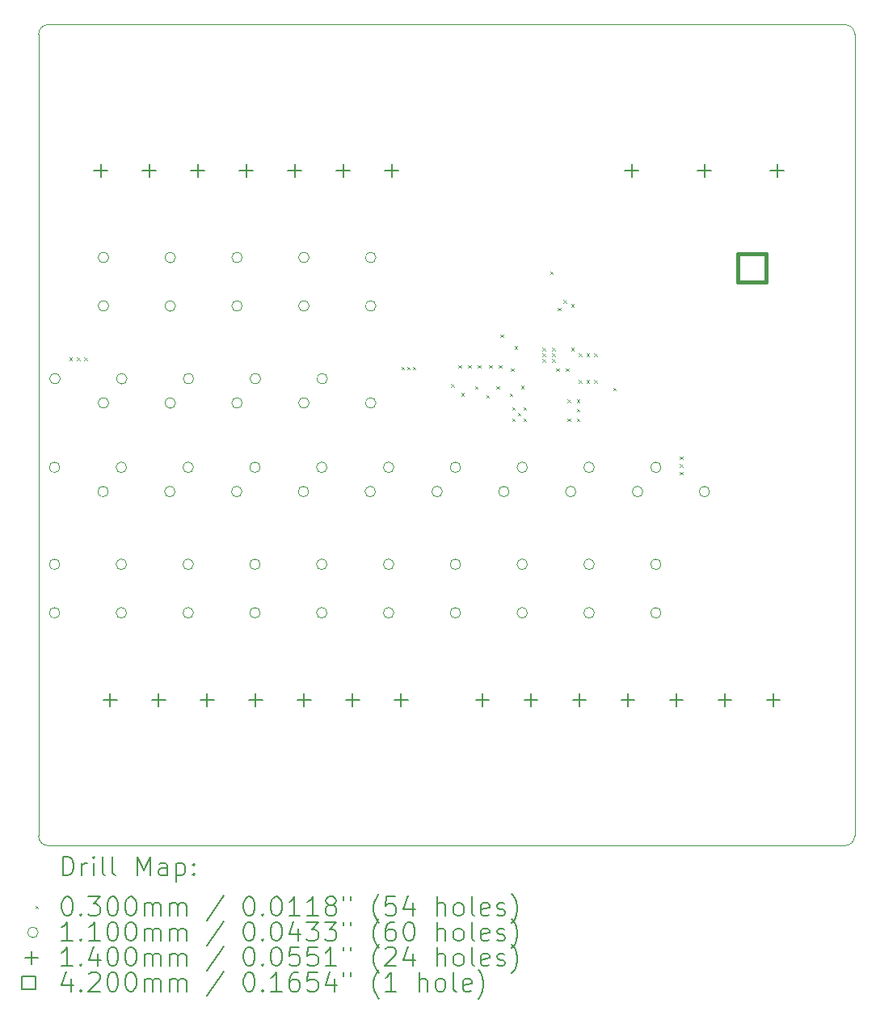
<source format=gbr>
%TF.GenerationSoftware,KiCad,Pcbnew,6.0.10+dfsg-1~bpo11+1*%
%TF.ProjectId,project,70726f6a-6563-4742-9e6b-696361645f70,rev?*%
%TF.SameCoordinates,Original*%
%TF.FileFunction,Drillmap*%
%TF.FilePolarity,Positive*%
%FSLAX45Y45*%
G04 Gerber Fmt 4.5, Leading zero omitted, Abs format (unit mm)*
%MOMM*%
%LPD*%
G01*
G04 APERTURE LIST*
%ADD10C,0.100000*%
%ADD11C,0.200000*%
%ADD12C,0.030000*%
%ADD13C,0.110000*%
%ADD14C,0.140000*%
%ADD15C,0.420000*%
G04 APERTURE END LIST*
D10*
X12551250Y-13303750D02*
G75*
G03*
X12651250Y-13403750I100000J0D01*
G01*
X21101250Y-4903750D02*
X21101250Y-13303750D01*
X21001250Y-13403750D02*
X12651250Y-13403750D01*
X12651250Y-4803750D02*
X21001250Y-4803750D01*
X21001250Y-13403750D02*
G75*
G03*
X21101250Y-13303750I0J100000D01*
G01*
X21101250Y-4903750D02*
G75*
G03*
X21001250Y-4803750I-100000J0D01*
G01*
X12651250Y-4803750D02*
G75*
G03*
X12551250Y-4903750I0J-100000D01*
G01*
X12551250Y-13303750D02*
X12551250Y-4903750D01*
D11*
D12*
X12871250Y-8288750D02*
X12901250Y-8318750D01*
X12901250Y-8288750D02*
X12871250Y-8318750D01*
X12951250Y-8288750D02*
X12981250Y-8318750D01*
X12981250Y-8288750D02*
X12951250Y-8318750D01*
X13031250Y-8288750D02*
X13061250Y-8318750D01*
X13061250Y-8288750D02*
X13031250Y-8318750D01*
X16351250Y-8388750D02*
X16381250Y-8418750D01*
X16381250Y-8388750D02*
X16351250Y-8418750D01*
X16411250Y-8388750D02*
X16441250Y-8418750D01*
X16441250Y-8388750D02*
X16411250Y-8418750D01*
X16471250Y-8388750D02*
X16501250Y-8418750D01*
X16501250Y-8388750D02*
X16471250Y-8418750D01*
X16871250Y-8568750D02*
X16901250Y-8598750D01*
X16901250Y-8568750D02*
X16871250Y-8598750D01*
X16951250Y-8368750D02*
X16981250Y-8398750D01*
X16981250Y-8368750D02*
X16951250Y-8398750D01*
X16978716Y-8660209D02*
X17008716Y-8690209D01*
X17008716Y-8660209D02*
X16978716Y-8690209D01*
X17053269Y-8369851D02*
X17083269Y-8399852D01*
X17083269Y-8369851D02*
X17053269Y-8399852D01*
X17121200Y-8588750D02*
X17151200Y-8618750D01*
X17151200Y-8588750D02*
X17121200Y-8618750D01*
X17153269Y-8369851D02*
X17183269Y-8399852D01*
X17183269Y-8369851D02*
X17153269Y-8399852D01*
X17241200Y-8681703D02*
X17271200Y-8711703D01*
X17271200Y-8681703D02*
X17241200Y-8711703D01*
X17271250Y-8368750D02*
X17301250Y-8398750D01*
X17301250Y-8368750D02*
X17271250Y-8398750D01*
X17348197Y-8588750D02*
X17378197Y-8618750D01*
X17378197Y-8588750D02*
X17348197Y-8618750D01*
X17371250Y-8368750D02*
X17401250Y-8398750D01*
X17401250Y-8368750D02*
X17371250Y-8398750D01*
X17391250Y-8048800D02*
X17421250Y-8078800D01*
X17421250Y-8048800D02*
X17391250Y-8078800D01*
X17488147Y-8665647D02*
X17518147Y-8695647D01*
X17518147Y-8665647D02*
X17488147Y-8695647D01*
X17500827Y-8403539D02*
X17530827Y-8433539D01*
X17530827Y-8403539D02*
X17500827Y-8433539D01*
X17511250Y-8808750D02*
X17541250Y-8838750D01*
X17541250Y-8808750D02*
X17511250Y-8838750D01*
X17511250Y-8928750D02*
X17541250Y-8958750D01*
X17541250Y-8928750D02*
X17511250Y-8958750D01*
X17536701Y-8172934D02*
X17566701Y-8202934D01*
X17566701Y-8172934D02*
X17536701Y-8202934D01*
X17571250Y-8868750D02*
X17601250Y-8898750D01*
X17601250Y-8868750D02*
X17571250Y-8898750D01*
X17606284Y-8584860D02*
X17636284Y-8614860D01*
X17636284Y-8584860D02*
X17606284Y-8614860D01*
X17631250Y-8808750D02*
X17661250Y-8838750D01*
X17661250Y-8808750D02*
X17631250Y-8838750D01*
X17631250Y-8928750D02*
X17661250Y-8958750D01*
X17661250Y-8928750D02*
X17631250Y-8958750D01*
X17831250Y-8188750D02*
X17861250Y-8218750D01*
X17861250Y-8188750D02*
X17831250Y-8218750D01*
X17831250Y-8248750D02*
X17861250Y-8278750D01*
X17861250Y-8248750D02*
X17831250Y-8278750D01*
X17831250Y-8308750D02*
X17861250Y-8338750D01*
X17861250Y-8308750D02*
X17831250Y-8338750D01*
X17911250Y-7388750D02*
X17941250Y-7418750D01*
X17941250Y-7388750D02*
X17911250Y-7418750D01*
X17931250Y-8188750D02*
X17961250Y-8218750D01*
X17961250Y-8188750D02*
X17931250Y-8218750D01*
X17931250Y-8248750D02*
X17961250Y-8278750D01*
X17961250Y-8248750D02*
X17931250Y-8278750D01*
X17931250Y-8308750D02*
X17961250Y-8338750D01*
X17961250Y-8308750D02*
X17931250Y-8338750D01*
X17971673Y-8403539D02*
X18001673Y-8433539D01*
X18001673Y-8403539D02*
X17971673Y-8433539D01*
X17991300Y-7769204D02*
X18021300Y-7799204D01*
X18021300Y-7769204D02*
X17991300Y-7799204D01*
X18051250Y-7688750D02*
X18081250Y-7718750D01*
X18081250Y-7688750D02*
X18051250Y-7718750D01*
X18076300Y-8403700D02*
X18106300Y-8433700D01*
X18106300Y-8403700D02*
X18076300Y-8433700D01*
X18091250Y-8728750D02*
X18121250Y-8758750D01*
X18121250Y-8728750D02*
X18091250Y-8758750D01*
X18091250Y-8928750D02*
X18121250Y-8958750D01*
X18121250Y-8928750D02*
X18091250Y-8958750D01*
X18131250Y-8188750D02*
X18161250Y-8218750D01*
X18161250Y-8188750D02*
X18131250Y-8218750D01*
X18131704Y-7728977D02*
X18161704Y-7758977D01*
X18161704Y-7728977D02*
X18131704Y-7758977D01*
X18191250Y-8728750D02*
X18221250Y-8758750D01*
X18221250Y-8728750D02*
X18191250Y-8758750D01*
X18191250Y-8828750D02*
X18221250Y-8858750D01*
X18221250Y-8828750D02*
X18191250Y-8858750D01*
X18191250Y-8928750D02*
X18221250Y-8958750D01*
X18221250Y-8928750D02*
X18191250Y-8958750D01*
X18211250Y-8248750D02*
X18241250Y-8278750D01*
X18241250Y-8248750D02*
X18211250Y-8278750D01*
X18211250Y-8528750D02*
X18241250Y-8558750D01*
X18241250Y-8528750D02*
X18211250Y-8558750D01*
X18291250Y-8248750D02*
X18321250Y-8278750D01*
X18321250Y-8248750D02*
X18291250Y-8278750D01*
X18291250Y-8528750D02*
X18321250Y-8558750D01*
X18321250Y-8528750D02*
X18291250Y-8558750D01*
X18371250Y-8248750D02*
X18401250Y-8278750D01*
X18401250Y-8248750D02*
X18371250Y-8278750D01*
X18371250Y-8528750D02*
X18401250Y-8558750D01*
X18401250Y-8528750D02*
X18371250Y-8558750D01*
X18571250Y-8608750D02*
X18601250Y-8638750D01*
X18601250Y-8608750D02*
X18571250Y-8638750D01*
X19271250Y-9328750D02*
X19301250Y-9358750D01*
X19301250Y-9328750D02*
X19271250Y-9358750D01*
X19271250Y-9408750D02*
X19301250Y-9438750D01*
X19301250Y-9408750D02*
X19271250Y-9438750D01*
X19271250Y-9488750D02*
X19301250Y-9518750D01*
X19301250Y-9488750D02*
X19271250Y-9518750D01*
D13*
X12773250Y-9441250D02*
G75*
G03*
X12773250Y-9441250I-55000J0D01*
G01*
X12773250Y-10457250D02*
G75*
G03*
X12773250Y-10457250I-55000J0D01*
G01*
X12773250Y-10965250D02*
G75*
G03*
X12773250Y-10965250I-55000J0D01*
G01*
X12777250Y-8512750D02*
G75*
G03*
X12777250Y-8512750I-55000J0D01*
G01*
X13281250Y-9695250D02*
G75*
G03*
X13281250Y-9695250I-55000J0D01*
G01*
X13285250Y-7242750D02*
G75*
G03*
X13285250Y-7242750I-55000J0D01*
G01*
X13285250Y-7750750D02*
G75*
G03*
X13285250Y-7750750I-55000J0D01*
G01*
X13285250Y-8766750D02*
G75*
G03*
X13285250Y-8766750I-55000J0D01*
G01*
X13473250Y-9441250D02*
G75*
G03*
X13473250Y-9441250I-55000J0D01*
G01*
X13473250Y-10457250D02*
G75*
G03*
X13473250Y-10457250I-55000J0D01*
G01*
X13473250Y-10965250D02*
G75*
G03*
X13473250Y-10965250I-55000J0D01*
G01*
X13477250Y-8512750D02*
G75*
G03*
X13477250Y-8512750I-55000J0D01*
G01*
X13981250Y-9695250D02*
G75*
G03*
X13981250Y-9695250I-55000J0D01*
G01*
X13985250Y-7242750D02*
G75*
G03*
X13985250Y-7242750I-55000J0D01*
G01*
X13985250Y-7750750D02*
G75*
G03*
X13985250Y-7750750I-55000J0D01*
G01*
X13985250Y-8766750D02*
G75*
G03*
X13985250Y-8766750I-55000J0D01*
G01*
X14173250Y-9441250D02*
G75*
G03*
X14173250Y-9441250I-55000J0D01*
G01*
X14173250Y-10457250D02*
G75*
G03*
X14173250Y-10457250I-55000J0D01*
G01*
X14173250Y-10965250D02*
G75*
G03*
X14173250Y-10965250I-55000J0D01*
G01*
X14177250Y-8512750D02*
G75*
G03*
X14177250Y-8512750I-55000J0D01*
G01*
X14681250Y-9695250D02*
G75*
G03*
X14681250Y-9695250I-55000J0D01*
G01*
X14685250Y-7242750D02*
G75*
G03*
X14685250Y-7242750I-55000J0D01*
G01*
X14685250Y-7750750D02*
G75*
G03*
X14685250Y-7750750I-55000J0D01*
G01*
X14685250Y-8766750D02*
G75*
G03*
X14685250Y-8766750I-55000J0D01*
G01*
X14873250Y-9441250D02*
G75*
G03*
X14873250Y-9441250I-55000J0D01*
G01*
X14873250Y-10457250D02*
G75*
G03*
X14873250Y-10457250I-55000J0D01*
G01*
X14873250Y-10965250D02*
G75*
G03*
X14873250Y-10965250I-55000J0D01*
G01*
X14877250Y-8512750D02*
G75*
G03*
X14877250Y-8512750I-55000J0D01*
G01*
X15381250Y-9695250D02*
G75*
G03*
X15381250Y-9695250I-55000J0D01*
G01*
X15385250Y-7242750D02*
G75*
G03*
X15385250Y-7242750I-55000J0D01*
G01*
X15385250Y-7750750D02*
G75*
G03*
X15385250Y-7750750I-55000J0D01*
G01*
X15385250Y-8766750D02*
G75*
G03*
X15385250Y-8766750I-55000J0D01*
G01*
X15573250Y-9441250D02*
G75*
G03*
X15573250Y-9441250I-55000J0D01*
G01*
X15573250Y-10457250D02*
G75*
G03*
X15573250Y-10457250I-55000J0D01*
G01*
X15573250Y-10965250D02*
G75*
G03*
X15573250Y-10965250I-55000J0D01*
G01*
X15577250Y-8512750D02*
G75*
G03*
X15577250Y-8512750I-55000J0D01*
G01*
X16081250Y-9695250D02*
G75*
G03*
X16081250Y-9695250I-55000J0D01*
G01*
X16085250Y-7242750D02*
G75*
G03*
X16085250Y-7242750I-55000J0D01*
G01*
X16085250Y-7750750D02*
G75*
G03*
X16085250Y-7750750I-55000J0D01*
G01*
X16085250Y-8766750D02*
G75*
G03*
X16085250Y-8766750I-55000J0D01*
G01*
X16273250Y-9441250D02*
G75*
G03*
X16273250Y-9441250I-55000J0D01*
G01*
X16273250Y-10457250D02*
G75*
G03*
X16273250Y-10457250I-55000J0D01*
G01*
X16273250Y-10965250D02*
G75*
G03*
X16273250Y-10965250I-55000J0D01*
G01*
X16781250Y-9695250D02*
G75*
G03*
X16781250Y-9695250I-55000J0D01*
G01*
X16973250Y-9441250D02*
G75*
G03*
X16973250Y-9441250I-55000J0D01*
G01*
X16973250Y-10457250D02*
G75*
G03*
X16973250Y-10457250I-55000J0D01*
G01*
X16973250Y-10965250D02*
G75*
G03*
X16973250Y-10965250I-55000J0D01*
G01*
X17481250Y-9695250D02*
G75*
G03*
X17481250Y-9695250I-55000J0D01*
G01*
X17673250Y-9441250D02*
G75*
G03*
X17673250Y-9441250I-55000J0D01*
G01*
X17673250Y-10457250D02*
G75*
G03*
X17673250Y-10457250I-55000J0D01*
G01*
X17673250Y-10965250D02*
G75*
G03*
X17673250Y-10965250I-55000J0D01*
G01*
X18181250Y-9695250D02*
G75*
G03*
X18181250Y-9695250I-55000J0D01*
G01*
X18373250Y-9441250D02*
G75*
G03*
X18373250Y-9441250I-55000J0D01*
G01*
X18373250Y-10457250D02*
G75*
G03*
X18373250Y-10457250I-55000J0D01*
G01*
X18373250Y-10965250D02*
G75*
G03*
X18373250Y-10965250I-55000J0D01*
G01*
X18881250Y-9695250D02*
G75*
G03*
X18881250Y-9695250I-55000J0D01*
G01*
X19073250Y-9441250D02*
G75*
G03*
X19073250Y-9441250I-55000J0D01*
G01*
X19073250Y-10457250D02*
G75*
G03*
X19073250Y-10457250I-55000J0D01*
G01*
X19073250Y-10965250D02*
G75*
G03*
X19073250Y-10965250I-55000J0D01*
G01*
X19581250Y-9695250D02*
G75*
G03*
X19581250Y-9695250I-55000J0D01*
G01*
D14*
X13202250Y-6261500D02*
X13202250Y-6401500D01*
X13132250Y-6331500D02*
X13272250Y-6331500D01*
X13302250Y-11806000D02*
X13302250Y-11946000D01*
X13232250Y-11876000D02*
X13372250Y-11876000D01*
X13710250Y-6261500D02*
X13710250Y-6401500D01*
X13640250Y-6331500D02*
X13780250Y-6331500D01*
X13810250Y-11806000D02*
X13810250Y-11946000D01*
X13740250Y-11876000D02*
X13880250Y-11876000D01*
X14218250Y-6261500D02*
X14218250Y-6401500D01*
X14148250Y-6331500D02*
X14288250Y-6331500D01*
X14318250Y-11806000D02*
X14318250Y-11946000D01*
X14248250Y-11876000D02*
X14388250Y-11876000D01*
X14726250Y-6261500D02*
X14726250Y-6401500D01*
X14656250Y-6331500D02*
X14796250Y-6331500D01*
X14826250Y-11806000D02*
X14826250Y-11946000D01*
X14756250Y-11876000D02*
X14896250Y-11876000D01*
X15234250Y-6261500D02*
X15234250Y-6401500D01*
X15164250Y-6331500D02*
X15304250Y-6331500D01*
X15334250Y-11806000D02*
X15334250Y-11946000D01*
X15264250Y-11876000D02*
X15404250Y-11876000D01*
X15742250Y-6261500D02*
X15742250Y-6401500D01*
X15672250Y-6331500D02*
X15812250Y-6331500D01*
X15842250Y-11806000D02*
X15842250Y-11946000D01*
X15772250Y-11876000D02*
X15912250Y-11876000D01*
X16250250Y-6261500D02*
X16250250Y-6401500D01*
X16180250Y-6331500D02*
X16320250Y-6331500D01*
X16350250Y-11806000D02*
X16350250Y-11946000D01*
X16280250Y-11876000D02*
X16420250Y-11876000D01*
X17202250Y-11806000D02*
X17202250Y-11946000D01*
X17132250Y-11876000D02*
X17272250Y-11876000D01*
X17710250Y-11806000D02*
X17710250Y-11946000D01*
X17640250Y-11876000D02*
X17780250Y-11876000D01*
X18218250Y-11806000D02*
X18218250Y-11946000D01*
X18148250Y-11876000D02*
X18288250Y-11876000D01*
X18726250Y-11806000D02*
X18726250Y-11946000D01*
X18656250Y-11876000D02*
X18796250Y-11876000D01*
X18764250Y-6261500D02*
X18764250Y-6401500D01*
X18694250Y-6331500D02*
X18834250Y-6331500D01*
X19234250Y-11806000D02*
X19234250Y-11946000D01*
X19164250Y-11876000D02*
X19304250Y-11876000D01*
X19526250Y-6261500D02*
X19526250Y-6401500D01*
X19456250Y-6331500D02*
X19596250Y-6331500D01*
X19742250Y-11806000D02*
X19742250Y-11946000D01*
X19672250Y-11876000D02*
X19812250Y-11876000D01*
X20250250Y-11806000D02*
X20250250Y-11946000D01*
X20180250Y-11876000D02*
X20320250Y-11876000D01*
X20288250Y-6261500D02*
X20288250Y-6401500D01*
X20218250Y-6331500D02*
X20358250Y-6331500D01*
D15*
X20174744Y-7502244D02*
X20174744Y-7205256D01*
X19877756Y-7205256D01*
X19877756Y-7502244D01*
X20174744Y-7502244D01*
D11*
X12803869Y-13719226D02*
X12803869Y-13519226D01*
X12851488Y-13519226D01*
X12880059Y-13528750D01*
X12899107Y-13547798D01*
X12908631Y-13566845D01*
X12918155Y-13604940D01*
X12918155Y-13633512D01*
X12908631Y-13671607D01*
X12899107Y-13690655D01*
X12880059Y-13709702D01*
X12851488Y-13719226D01*
X12803869Y-13719226D01*
X13003869Y-13719226D02*
X13003869Y-13585893D01*
X13003869Y-13623988D02*
X13013393Y-13604940D01*
X13022917Y-13595417D01*
X13041964Y-13585893D01*
X13061012Y-13585893D01*
X13127678Y-13719226D02*
X13127678Y-13585893D01*
X13127678Y-13519226D02*
X13118155Y-13528750D01*
X13127678Y-13538274D01*
X13137202Y-13528750D01*
X13127678Y-13519226D01*
X13127678Y-13538274D01*
X13251488Y-13719226D02*
X13232440Y-13709702D01*
X13222917Y-13690655D01*
X13222917Y-13519226D01*
X13356250Y-13719226D02*
X13337202Y-13709702D01*
X13327678Y-13690655D01*
X13327678Y-13519226D01*
X13584821Y-13719226D02*
X13584821Y-13519226D01*
X13651488Y-13662083D01*
X13718155Y-13519226D01*
X13718155Y-13719226D01*
X13899107Y-13719226D02*
X13899107Y-13614464D01*
X13889583Y-13595417D01*
X13870536Y-13585893D01*
X13832440Y-13585893D01*
X13813393Y-13595417D01*
X13899107Y-13709702D02*
X13880059Y-13719226D01*
X13832440Y-13719226D01*
X13813393Y-13709702D01*
X13803869Y-13690655D01*
X13803869Y-13671607D01*
X13813393Y-13652559D01*
X13832440Y-13643036D01*
X13880059Y-13643036D01*
X13899107Y-13633512D01*
X13994345Y-13585893D02*
X13994345Y-13785893D01*
X13994345Y-13595417D02*
X14013393Y-13585893D01*
X14051488Y-13585893D01*
X14070536Y-13595417D01*
X14080059Y-13604940D01*
X14089583Y-13623988D01*
X14089583Y-13681131D01*
X14080059Y-13700178D01*
X14070536Y-13709702D01*
X14051488Y-13719226D01*
X14013393Y-13719226D01*
X13994345Y-13709702D01*
X14175298Y-13700178D02*
X14184821Y-13709702D01*
X14175298Y-13719226D01*
X14165774Y-13709702D01*
X14175298Y-13700178D01*
X14175298Y-13719226D01*
X14175298Y-13595417D02*
X14184821Y-13604940D01*
X14175298Y-13614464D01*
X14165774Y-13604940D01*
X14175298Y-13595417D01*
X14175298Y-13614464D01*
D12*
X12516250Y-14033750D02*
X12546250Y-14063750D01*
X12546250Y-14033750D02*
X12516250Y-14063750D01*
D11*
X12841964Y-13939226D02*
X12861012Y-13939226D01*
X12880059Y-13948750D01*
X12889583Y-13958274D01*
X12899107Y-13977321D01*
X12908631Y-14015417D01*
X12908631Y-14063036D01*
X12899107Y-14101131D01*
X12889583Y-14120178D01*
X12880059Y-14129702D01*
X12861012Y-14139226D01*
X12841964Y-14139226D01*
X12822917Y-14129702D01*
X12813393Y-14120178D01*
X12803869Y-14101131D01*
X12794345Y-14063036D01*
X12794345Y-14015417D01*
X12803869Y-13977321D01*
X12813393Y-13958274D01*
X12822917Y-13948750D01*
X12841964Y-13939226D01*
X12994345Y-14120178D02*
X13003869Y-14129702D01*
X12994345Y-14139226D01*
X12984821Y-14129702D01*
X12994345Y-14120178D01*
X12994345Y-14139226D01*
X13070536Y-13939226D02*
X13194345Y-13939226D01*
X13127678Y-14015417D01*
X13156250Y-14015417D01*
X13175298Y-14024940D01*
X13184821Y-14034464D01*
X13194345Y-14053512D01*
X13194345Y-14101131D01*
X13184821Y-14120178D01*
X13175298Y-14129702D01*
X13156250Y-14139226D01*
X13099107Y-14139226D01*
X13080059Y-14129702D01*
X13070536Y-14120178D01*
X13318155Y-13939226D02*
X13337202Y-13939226D01*
X13356250Y-13948750D01*
X13365774Y-13958274D01*
X13375298Y-13977321D01*
X13384821Y-14015417D01*
X13384821Y-14063036D01*
X13375298Y-14101131D01*
X13365774Y-14120178D01*
X13356250Y-14129702D01*
X13337202Y-14139226D01*
X13318155Y-14139226D01*
X13299107Y-14129702D01*
X13289583Y-14120178D01*
X13280059Y-14101131D01*
X13270536Y-14063036D01*
X13270536Y-14015417D01*
X13280059Y-13977321D01*
X13289583Y-13958274D01*
X13299107Y-13948750D01*
X13318155Y-13939226D01*
X13508631Y-13939226D02*
X13527678Y-13939226D01*
X13546726Y-13948750D01*
X13556250Y-13958274D01*
X13565774Y-13977321D01*
X13575298Y-14015417D01*
X13575298Y-14063036D01*
X13565774Y-14101131D01*
X13556250Y-14120178D01*
X13546726Y-14129702D01*
X13527678Y-14139226D01*
X13508631Y-14139226D01*
X13489583Y-14129702D01*
X13480059Y-14120178D01*
X13470536Y-14101131D01*
X13461012Y-14063036D01*
X13461012Y-14015417D01*
X13470536Y-13977321D01*
X13480059Y-13958274D01*
X13489583Y-13948750D01*
X13508631Y-13939226D01*
X13661012Y-14139226D02*
X13661012Y-14005893D01*
X13661012Y-14024940D02*
X13670536Y-14015417D01*
X13689583Y-14005893D01*
X13718155Y-14005893D01*
X13737202Y-14015417D01*
X13746726Y-14034464D01*
X13746726Y-14139226D01*
X13746726Y-14034464D02*
X13756250Y-14015417D01*
X13775298Y-14005893D01*
X13803869Y-14005893D01*
X13822917Y-14015417D01*
X13832440Y-14034464D01*
X13832440Y-14139226D01*
X13927678Y-14139226D02*
X13927678Y-14005893D01*
X13927678Y-14024940D02*
X13937202Y-14015417D01*
X13956250Y-14005893D01*
X13984821Y-14005893D01*
X14003869Y-14015417D01*
X14013393Y-14034464D01*
X14013393Y-14139226D01*
X14013393Y-14034464D02*
X14022917Y-14015417D01*
X14041964Y-14005893D01*
X14070536Y-14005893D01*
X14089583Y-14015417D01*
X14099107Y-14034464D01*
X14099107Y-14139226D01*
X14489583Y-13929702D02*
X14318155Y-14186845D01*
X14746726Y-13939226D02*
X14765774Y-13939226D01*
X14784821Y-13948750D01*
X14794345Y-13958274D01*
X14803869Y-13977321D01*
X14813393Y-14015417D01*
X14813393Y-14063036D01*
X14803869Y-14101131D01*
X14794345Y-14120178D01*
X14784821Y-14129702D01*
X14765774Y-14139226D01*
X14746726Y-14139226D01*
X14727678Y-14129702D01*
X14718155Y-14120178D01*
X14708631Y-14101131D01*
X14699107Y-14063036D01*
X14699107Y-14015417D01*
X14708631Y-13977321D01*
X14718155Y-13958274D01*
X14727678Y-13948750D01*
X14746726Y-13939226D01*
X14899107Y-14120178D02*
X14908631Y-14129702D01*
X14899107Y-14139226D01*
X14889583Y-14129702D01*
X14899107Y-14120178D01*
X14899107Y-14139226D01*
X15032440Y-13939226D02*
X15051488Y-13939226D01*
X15070536Y-13948750D01*
X15080059Y-13958274D01*
X15089583Y-13977321D01*
X15099107Y-14015417D01*
X15099107Y-14063036D01*
X15089583Y-14101131D01*
X15080059Y-14120178D01*
X15070536Y-14129702D01*
X15051488Y-14139226D01*
X15032440Y-14139226D01*
X15013393Y-14129702D01*
X15003869Y-14120178D01*
X14994345Y-14101131D01*
X14984821Y-14063036D01*
X14984821Y-14015417D01*
X14994345Y-13977321D01*
X15003869Y-13958274D01*
X15013393Y-13948750D01*
X15032440Y-13939226D01*
X15289583Y-14139226D02*
X15175298Y-14139226D01*
X15232440Y-14139226D02*
X15232440Y-13939226D01*
X15213393Y-13967798D01*
X15194345Y-13986845D01*
X15175298Y-13996369D01*
X15480059Y-14139226D02*
X15365774Y-14139226D01*
X15422917Y-14139226D02*
X15422917Y-13939226D01*
X15403869Y-13967798D01*
X15384821Y-13986845D01*
X15365774Y-13996369D01*
X15594345Y-14024940D02*
X15575298Y-14015417D01*
X15565774Y-14005893D01*
X15556250Y-13986845D01*
X15556250Y-13977321D01*
X15565774Y-13958274D01*
X15575298Y-13948750D01*
X15594345Y-13939226D01*
X15632440Y-13939226D01*
X15651488Y-13948750D01*
X15661012Y-13958274D01*
X15670536Y-13977321D01*
X15670536Y-13986845D01*
X15661012Y-14005893D01*
X15651488Y-14015417D01*
X15632440Y-14024940D01*
X15594345Y-14024940D01*
X15575298Y-14034464D01*
X15565774Y-14043988D01*
X15556250Y-14063036D01*
X15556250Y-14101131D01*
X15565774Y-14120178D01*
X15575298Y-14129702D01*
X15594345Y-14139226D01*
X15632440Y-14139226D01*
X15651488Y-14129702D01*
X15661012Y-14120178D01*
X15670536Y-14101131D01*
X15670536Y-14063036D01*
X15661012Y-14043988D01*
X15651488Y-14034464D01*
X15632440Y-14024940D01*
X15746726Y-13939226D02*
X15746726Y-13977321D01*
X15822917Y-13939226D02*
X15822917Y-13977321D01*
X16118155Y-14215417D02*
X16108631Y-14205893D01*
X16089583Y-14177321D01*
X16080059Y-14158274D01*
X16070536Y-14129702D01*
X16061012Y-14082083D01*
X16061012Y-14043988D01*
X16070536Y-13996369D01*
X16080059Y-13967798D01*
X16089583Y-13948750D01*
X16108631Y-13920178D01*
X16118155Y-13910655D01*
X16289583Y-13939226D02*
X16194345Y-13939226D01*
X16184821Y-14034464D01*
X16194345Y-14024940D01*
X16213393Y-14015417D01*
X16261012Y-14015417D01*
X16280059Y-14024940D01*
X16289583Y-14034464D01*
X16299107Y-14053512D01*
X16299107Y-14101131D01*
X16289583Y-14120178D01*
X16280059Y-14129702D01*
X16261012Y-14139226D01*
X16213393Y-14139226D01*
X16194345Y-14129702D01*
X16184821Y-14120178D01*
X16470536Y-14005893D02*
X16470536Y-14139226D01*
X16422917Y-13929702D02*
X16375298Y-14072559D01*
X16499107Y-14072559D01*
X16727678Y-14139226D02*
X16727678Y-13939226D01*
X16813393Y-14139226D02*
X16813393Y-14034464D01*
X16803869Y-14015417D01*
X16784821Y-14005893D01*
X16756250Y-14005893D01*
X16737202Y-14015417D01*
X16727678Y-14024940D01*
X16937202Y-14139226D02*
X16918155Y-14129702D01*
X16908631Y-14120178D01*
X16899107Y-14101131D01*
X16899107Y-14043988D01*
X16908631Y-14024940D01*
X16918155Y-14015417D01*
X16937202Y-14005893D01*
X16965774Y-14005893D01*
X16984821Y-14015417D01*
X16994345Y-14024940D01*
X17003869Y-14043988D01*
X17003869Y-14101131D01*
X16994345Y-14120178D01*
X16984821Y-14129702D01*
X16965774Y-14139226D01*
X16937202Y-14139226D01*
X17118155Y-14139226D02*
X17099107Y-14129702D01*
X17089583Y-14110655D01*
X17089583Y-13939226D01*
X17270536Y-14129702D02*
X17251488Y-14139226D01*
X17213393Y-14139226D01*
X17194345Y-14129702D01*
X17184821Y-14110655D01*
X17184821Y-14034464D01*
X17194345Y-14015417D01*
X17213393Y-14005893D01*
X17251488Y-14005893D01*
X17270536Y-14015417D01*
X17280060Y-14034464D01*
X17280060Y-14053512D01*
X17184821Y-14072559D01*
X17356250Y-14129702D02*
X17375298Y-14139226D01*
X17413393Y-14139226D01*
X17432440Y-14129702D01*
X17441964Y-14110655D01*
X17441964Y-14101131D01*
X17432440Y-14082083D01*
X17413393Y-14072559D01*
X17384821Y-14072559D01*
X17365774Y-14063036D01*
X17356250Y-14043988D01*
X17356250Y-14034464D01*
X17365774Y-14015417D01*
X17384821Y-14005893D01*
X17413393Y-14005893D01*
X17432440Y-14015417D01*
X17508631Y-14215417D02*
X17518155Y-14205893D01*
X17537202Y-14177321D01*
X17546726Y-14158274D01*
X17556250Y-14129702D01*
X17565774Y-14082083D01*
X17565774Y-14043988D01*
X17556250Y-13996369D01*
X17546726Y-13967798D01*
X17537202Y-13948750D01*
X17518155Y-13920178D01*
X17508631Y-13910655D01*
D13*
X12546250Y-14312750D02*
G75*
G03*
X12546250Y-14312750I-55000J0D01*
G01*
D11*
X12908631Y-14403226D02*
X12794345Y-14403226D01*
X12851488Y-14403226D02*
X12851488Y-14203226D01*
X12832440Y-14231798D01*
X12813393Y-14250845D01*
X12794345Y-14260369D01*
X12994345Y-14384178D02*
X13003869Y-14393702D01*
X12994345Y-14403226D01*
X12984821Y-14393702D01*
X12994345Y-14384178D01*
X12994345Y-14403226D01*
X13194345Y-14403226D02*
X13080059Y-14403226D01*
X13137202Y-14403226D02*
X13137202Y-14203226D01*
X13118155Y-14231798D01*
X13099107Y-14250845D01*
X13080059Y-14260369D01*
X13318155Y-14203226D02*
X13337202Y-14203226D01*
X13356250Y-14212750D01*
X13365774Y-14222274D01*
X13375298Y-14241321D01*
X13384821Y-14279417D01*
X13384821Y-14327036D01*
X13375298Y-14365131D01*
X13365774Y-14384178D01*
X13356250Y-14393702D01*
X13337202Y-14403226D01*
X13318155Y-14403226D01*
X13299107Y-14393702D01*
X13289583Y-14384178D01*
X13280059Y-14365131D01*
X13270536Y-14327036D01*
X13270536Y-14279417D01*
X13280059Y-14241321D01*
X13289583Y-14222274D01*
X13299107Y-14212750D01*
X13318155Y-14203226D01*
X13508631Y-14203226D02*
X13527678Y-14203226D01*
X13546726Y-14212750D01*
X13556250Y-14222274D01*
X13565774Y-14241321D01*
X13575298Y-14279417D01*
X13575298Y-14327036D01*
X13565774Y-14365131D01*
X13556250Y-14384178D01*
X13546726Y-14393702D01*
X13527678Y-14403226D01*
X13508631Y-14403226D01*
X13489583Y-14393702D01*
X13480059Y-14384178D01*
X13470536Y-14365131D01*
X13461012Y-14327036D01*
X13461012Y-14279417D01*
X13470536Y-14241321D01*
X13480059Y-14222274D01*
X13489583Y-14212750D01*
X13508631Y-14203226D01*
X13661012Y-14403226D02*
X13661012Y-14269893D01*
X13661012Y-14288940D02*
X13670536Y-14279417D01*
X13689583Y-14269893D01*
X13718155Y-14269893D01*
X13737202Y-14279417D01*
X13746726Y-14298464D01*
X13746726Y-14403226D01*
X13746726Y-14298464D02*
X13756250Y-14279417D01*
X13775298Y-14269893D01*
X13803869Y-14269893D01*
X13822917Y-14279417D01*
X13832440Y-14298464D01*
X13832440Y-14403226D01*
X13927678Y-14403226D02*
X13927678Y-14269893D01*
X13927678Y-14288940D02*
X13937202Y-14279417D01*
X13956250Y-14269893D01*
X13984821Y-14269893D01*
X14003869Y-14279417D01*
X14013393Y-14298464D01*
X14013393Y-14403226D01*
X14013393Y-14298464D02*
X14022917Y-14279417D01*
X14041964Y-14269893D01*
X14070536Y-14269893D01*
X14089583Y-14279417D01*
X14099107Y-14298464D01*
X14099107Y-14403226D01*
X14489583Y-14193702D02*
X14318155Y-14450845D01*
X14746726Y-14203226D02*
X14765774Y-14203226D01*
X14784821Y-14212750D01*
X14794345Y-14222274D01*
X14803869Y-14241321D01*
X14813393Y-14279417D01*
X14813393Y-14327036D01*
X14803869Y-14365131D01*
X14794345Y-14384178D01*
X14784821Y-14393702D01*
X14765774Y-14403226D01*
X14746726Y-14403226D01*
X14727678Y-14393702D01*
X14718155Y-14384178D01*
X14708631Y-14365131D01*
X14699107Y-14327036D01*
X14699107Y-14279417D01*
X14708631Y-14241321D01*
X14718155Y-14222274D01*
X14727678Y-14212750D01*
X14746726Y-14203226D01*
X14899107Y-14384178D02*
X14908631Y-14393702D01*
X14899107Y-14403226D01*
X14889583Y-14393702D01*
X14899107Y-14384178D01*
X14899107Y-14403226D01*
X15032440Y-14203226D02*
X15051488Y-14203226D01*
X15070536Y-14212750D01*
X15080059Y-14222274D01*
X15089583Y-14241321D01*
X15099107Y-14279417D01*
X15099107Y-14327036D01*
X15089583Y-14365131D01*
X15080059Y-14384178D01*
X15070536Y-14393702D01*
X15051488Y-14403226D01*
X15032440Y-14403226D01*
X15013393Y-14393702D01*
X15003869Y-14384178D01*
X14994345Y-14365131D01*
X14984821Y-14327036D01*
X14984821Y-14279417D01*
X14994345Y-14241321D01*
X15003869Y-14222274D01*
X15013393Y-14212750D01*
X15032440Y-14203226D01*
X15270536Y-14269893D02*
X15270536Y-14403226D01*
X15222917Y-14193702D02*
X15175298Y-14336559D01*
X15299107Y-14336559D01*
X15356250Y-14203226D02*
X15480059Y-14203226D01*
X15413393Y-14279417D01*
X15441964Y-14279417D01*
X15461012Y-14288940D01*
X15470536Y-14298464D01*
X15480059Y-14317512D01*
X15480059Y-14365131D01*
X15470536Y-14384178D01*
X15461012Y-14393702D01*
X15441964Y-14403226D01*
X15384821Y-14403226D01*
X15365774Y-14393702D01*
X15356250Y-14384178D01*
X15546726Y-14203226D02*
X15670536Y-14203226D01*
X15603869Y-14279417D01*
X15632440Y-14279417D01*
X15651488Y-14288940D01*
X15661012Y-14298464D01*
X15670536Y-14317512D01*
X15670536Y-14365131D01*
X15661012Y-14384178D01*
X15651488Y-14393702D01*
X15632440Y-14403226D01*
X15575298Y-14403226D01*
X15556250Y-14393702D01*
X15546726Y-14384178D01*
X15746726Y-14203226D02*
X15746726Y-14241321D01*
X15822917Y-14203226D02*
X15822917Y-14241321D01*
X16118155Y-14479417D02*
X16108631Y-14469893D01*
X16089583Y-14441321D01*
X16080059Y-14422274D01*
X16070536Y-14393702D01*
X16061012Y-14346083D01*
X16061012Y-14307988D01*
X16070536Y-14260369D01*
X16080059Y-14231798D01*
X16089583Y-14212750D01*
X16108631Y-14184178D01*
X16118155Y-14174655D01*
X16280059Y-14203226D02*
X16241964Y-14203226D01*
X16222917Y-14212750D01*
X16213393Y-14222274D01*
X16194345Y-14250845D01*
X16184821Y-14288940D01*
X16184821Y-14365131D01*
X16194345Y-14384178D01*
X16203869Y-14393702D01*
X16222917Y-14403226D01*
X16261012Y-14403226D01*
X16280059Y-14393702D01*
X16289583Y-14384178D01*
X16299107Y-14365131D01*
X16299107Y-14317512D01*
X16289583Y-14298464D01*
X16280059Y-14288940D01*
X16261012Y-14279417D01*
X16222917Y-14279417D01*
X16203869Y-14288940D01*
X16194345Y-14298464D01*
X16184821Y-14317512D01*
X16422917Y-14203226D02*
X16441964Y-14203226D01*
X16461012Y-14212750D01*
X16470536Y-14222274D01*
X16480059Y-14241321D01*
X16489583Y-14279417D01*
X16489583Y-14327036D01*
X16480059Y-14365131D01*
X16470536Y-14384178D01*
X16461012Y-14393702D01*
X16441964Y-14403226D01*
X16422917Y-14403226D01*
X16403869Y-14393702D01*
X16394345Y-14384178D01*
X16384821Y-14365131D01*
X16375298Y-14327036D01*
X16375298Y-14279417D01*
X16384821Y-14241321D01*
X16394345Y-14222274D01*
X16403869Y-14212750D01*
X16422917Y-14203226D01*
X16727678Y-14403226D02*
X16727678Y-14203226D01*
X16813393Y-14403226D02*
X16813393Y-14298464D01*
X16803869Y-14279417D01*
X16784821Y-14269893D01*
X16756250Y-14269893D01*
X16737202Y-14279417D01*
X16727678Y-14288940D01*
X16937202Y-14403226D02*
X16918155Y-14393702D01*
X16908631Y-14384178D01*
X16899107Y-14365131D01*
X16899107Y-14307988D01*
X16908631Y-14288940D01*
X16918155Y-14279417D01*
X16937202Y-14269893D01*
X16965774Y-14269893D01*
X16984821Y-14279417D01*
X16994345Y-14288940D01*
X17003869Y-14307988D01*
X17003869Y-14365131D01*
X16994345Y-14384178D01*
X16984821Y-14393702D01*
X16965774Y-14403226D01*
X16937202Y-14403226D01*
X17118155Y-14403226D02*
X17099107Y-14393702D01*
X17089583Y-14374655D01*
X17089583Y-14203226D01*
X17270536Y-14393702D02*
X17251488Y-14403226D01*
X17213393Y-14403226D01*
X17194345Y-14393702D01*
X17184821Y-14374655D01*
X17184821Y-14298464D01*
X17194345Y-14279417D01*
X17213393Y-14269893D01*
X17251488Y-14269893D01*
X17270536Y-14279417D01*
X17280060Y-14298464D01*
X17280060Y-14317512D01*
X17184821Y-14336559D01*
X17356250Y-14393702D02*
X17375298Y-14403226D01*
X17413393Y-14403226D01*
X17432440Y-14393702D01*
X17441964Y-14374655D01*
X17441964Y-14365131D01*
X17432440Y-14346083D01*
X17413393Y-14336559D01*
X17384821Y-14336559D01*
X17365774Y-14327036D01*
X17356250Y-14307988D01*
X17356250Y-14298464D01*
X17365774Y-14279417D01*
X17384821Y-14269893D01*
X17413393Y-14269893D01*
X17432440Y-14279417D01*
X17508631Y-14479417D02*
X17518155Y-14469893D01*
X17537202Y-14441321D01*
X17546726Y-14422274D01*
X17556250Y-14393702D01*
X17565774Y-14346083D01*
X17565774Y-14307988D01*
X17556250Y-14260369D01*
X17546726Y-14231798D01*
X17537202Y-14212750D01*
X17518155Y-14184178D01*
X17508631Y-14174655D01*
D14*
X12476250Y-14506750D02*
X12476250Y-14646750D01*
X12406250Y-14576750D02*
X12546250Y-14576750D01*
D11*
X12908631Y-14667226D02*
X12794345Y-14667226D01*
X12851488Y-14667226D02*
X12851488Y-14467226D01*
X12832440Y-14495798D01*
X12813393Y-14514845D01*
X12794345Y-14524369D01*
X12994345Y-14648178D02*
X13003869Y-14657702D01*
X12994345Y-14667226D01*
X12984821Y-14657702D01*
X12994345Y-14648178D01*
X12994345Y-14667226D01*
X13175298Y-14533893D02*
X13175298Y-14667226D01*
X13127678Y-14457702D02*
X13080059Y-14600559D01*
X13203869Y-14600559D01*
X13318155Y-14467226D02*
X13337202Y-14467226D01*
X13356250Y-14476750D01*
X13365774Y-14486274D01*
X13375298Y-14505321D01*
X13384821Y-14543417D01*
X13384821Y-14591036D01*
X13375298Y-14629131D01*
X13365774Y-14648178D01*
X13356250Y-14657702D01*
X13337202Y-14667226D01*
X13318155Y-14667226D01*
X13299107Y-14657702D01*
X13289583Y-14648178D01*
X13280059Y-14629131D01*
X13270536Y-14591036D01*
X13270536Y-14543417D01*
X13280059Y-14505321D01*
X13289583Y-14486274D01*
X13299107Y-14476750D01*
X13318155Y-14467226D01*
X13508631Y-14467226D02*
X13527678Y-14467226D01*
X13546726Y-14476750D01*
X13556250Y-14486274D01*
X13565774Y-14505321D01*
X13575298Y-14543417D01*
X13575298Y-14591036D01*
X13565774Y-14629131D01*
X13556250Y-14648178D01*
X13546726Y-14657702D01*
X13527678Y-14667226D01*
X13508631Y-14667226D01*
X13489583Y-14657702D01*
X13480059Y-14648178D01*
X13470536Y-14629131D01*
X13461012Y-14591036D01*
X13461012Y-14543417D01*
X13470536Y-14505321D01*
X13480059Y-14486274D01*
X13489583Y-14476750D01*
X13508631Y-14467226D01*
X13661012Y-14667226D02*
X13661012Y-14533893D01*
X13661012Y-14552940D02*
X13670536Y-14543417D01*
X13689583Y-14533893D01*
X13718155Y-14533893D01*
X13737202Y-14543417D01*
X13746726Y-14562464D01*
X13746726Y-14667226D01*
X13746726Y-14562464D02*
X13756250Y-14543417D01*
X13775298Y-14533893D01*
X13803869Y-14533893D01*
X13822917Y-14543417D01*
X13832440Y-14562464D01*
X13832440Y-14667226D01*
X13927678Y-14667226D02*
X13927678Y-14533893D01*
X13927678Y-14552940D02*
X13937202Y-14543417D01*
X13956250Y-14533893D01*
X13984821Y-14533893D01*
X14003869Y-14543417D01*
X14013393Y-14562464D01*
X14013393Y-14667226D01*
X14013393Y-14562464D02*
X14022917Y-14543417D01*
X14041964Y-14533893D01*
X14070536Y-14533893D01*
X14089583Y-14543417D01*
X14099107Y-14562464D01*
X14099107Y-14667226D01*
X14489583Y-14457702D02*
X14318155Y-14714845D01*
X14746726Y-14467226D02*
X14765774Y-14467226D01*
X14784821Y-14476750D01*
X14794345Y-14486274D01*
X14803869Y-14505321D01*
X14813393Y-14543417D01*
X14813393Y-14591036D01*
X14803869Y-14629131D01*
X14794345Y-14648178D01*
X14784821Y-14657702D01*
X14765774Y-14667226D01*
X14746726Y-14667226D01*
X14727678Y-14657702D01*
X14718155Y-14648178D01*
X14708631Y-14629131D01*
X14699107Y-14591036D01*
X14699107Y-14543417D01*
X14708631Y-14505321D01*
X14718155Y-14486274D01*
X14727678Y-14476750D01*
X14746726Y-14467226D01*
X14899107Y-14648178D02*
X14908631Y-14657702D01*
X14899107Y-14667226D01*
X14889583Y-14657702D01*
X14899107Y-14648178D01*
X14899107Y-14667226D01*
X15032440Y-14467226D02*
X15051488Y-14467226D01*
X15070536Y-14476750D01*
X15080059Y-14486274D01*
X15089583Y-14505321D01*
X15099107Y-14543417D01*
X15099107Y-14591036D01*
X15089583Y-14629131D01*
X15080059Y-14648178D01*
X15070536Y-14657702D01*
X15051488Y-14667226D01*
X15032440Y-14667226D01*
X15013393Y-14657702D01*
X15003869Y-14648178D01*
X14994345Y-14629131D01*
X14984821Y-14591036D01*
X14984821Y-14543417D01*
X14994345Y-14505321D01*
X15003869Y-14486274D01*
X15013393Y-14476750D01*
X15032440Y-14467226D01*
X15280059Y-14467226D02*
X15184821Y-14467226D01*
X15175298Y-14562464D01*
X15184821Y-14552940D01*
X15203869Y-14543417D01*
X15251488Y-14543417D01*
X15270536Y-14552940D01*
X15280059Y-14562464D01*
X15289583Y-14581512D01*
X15289583Y-14629131D01*
X15280059Y-14648178D01*
X15270536Y-14657702D01*
X15251488Y-14667226D01*
X15203869Y-14667226D01*
X15184821Y-14657702D01*
X15175298Y-14648178D01*
X15470536Y-14467226D02*
X15375298Y-14467226D01*
X15365774Y-14562464D01*
X15375298Y-14552940D01*
X15394345Y-14543417D01*
X15441964Y-14543417D01*
X15461012Y-14552940D01*
X15470536Y-14562464D01*
X15480059Y-14581512D01*
X15480059Y-14629131D01*
X15470536Y-14648178D01*
X15461012Y-14657702D01*
X15441964Y-14667226D01*
X15394345Y-14667226D01*
X15375298Y-14657702D01*
X15365774Y-14648178D01*
X15670536Y-14667226D02*
X15556250Y-14667226D01*
X15613393Y-14667226D02*
X15613393Y-14467226D01*
X15594345Y-14495798D01*
X15575298Y-14514845D01*
X15556250Y-14524369D01*
X15746726Y-14467226D02*
X15746726Y-14505321D01*
X15822917Y-14467226D02*
X15822917Y-14505321D01*
X16118155Y-14743417D02*
X16108631Y-14733893D01*
X16089583Y-14705321D01*
X16080059Y-14686274D01*
X16070536Y-14657702D01*
X16061012Y-14610083D01*
X16061012Y-14571988D01*
X16070536Y-14524369D01*
X16080059Y-14495798D01*
X16089583Y-14476750D01*
X16108631Y-14448178D01*
X16118155Y-14438655D01*
X16184821Y-14486274D02*
X16194345Y-14476750D01*
X16213393Y-14467226D01*
X16261012Y-14467226D01*
X16280059Y-14476750D01*
X16289583Y-14486274D01*
X16299107Y-14505321D01*
X16299107Y-14524369D01*
X16289583Y-14552940D01*
X16175298Y-14667226D01*
X16299107Y-14667226D01*
X16470536Y-14533893D02*
X16470536Y-14667226D01*
X16422917Y-14457702D02*
X16375298Y-14600559D01*
X16499107Y-14600559D01*
X16727678Y-14667226D02*
X16727678Y-14467226D01*
X16813393Y-14667226D02*
X16813393Y-14562464D01*
X16803869Y-14543417D01*
X16784821Y-14533893D01*
X16756250Y-14533893D01*
X16737202Y-14543417D01*
X16727678Y-14552940D01*
X16937202Y-14667226D02*
X16918155Y-14657702D01*
X16908631Y-14648178D01*
X16899107Y-14629131D01*
X16899107Y-14571988D01*
X16908631Y-14552940D01*
X16918155Y-14543417D01*
X16937202Y-14533893D01*
X16965774Y-14533893D01*
X16984821Y-14543417D01*
X16994345Y-14552940D01*
X17003869Y-14571988D01*
X17003869Y-14629131D01*
X16994345Y-14648178D01*
X16984821Y-14657702D01*
X16965774Y-14667226D01*
X16937202Y-14667226D01*
X17118155Y-14667226D02*
X17099107Y-14657702D01*
X17089583Y-14638655D01*
X17089583Y-14467226D01*
X17270536Y-14657702D02*
X17251488Y-14667226D01*
X17213393Y-14667226D01*
X17194345Y-14657702D01*
X17184821Y-14638655D01*
X17184821Y-14562464D01*
X17194345Y-14543417D01*
X17213393Y-14533893D01*
X17251488Y-14533893D01*
X17270536Y-14543417D01*
X17280060Y-14562464D01*
X17280060Y-14581512D01*
X17184821Y-14600559D01*
X17356250Y-14657702D02*
X17375298Y-14667226D01*
X17413393Y-14667226D01*
X17432440Y-14657702D01*
X17441964Y-14638655D01*
X17441964Y-14629131D01*
X17432440Y-14610083D01*
X17413393Y-14600559D01*
X17384821Y-14600559D01*
X17365774Y-14591036D01*
X17356250Y-14571988D01*
X17356250Y-14562464D01*
X17365774Y-14543417D01*
X17384821Y-14533893D01*
X17413393Y-14533893D01*
X17432440Y-14543417D01*
X17508631Y-14743417D02*
X17518155Y-14733893D01*
X17537202Y-14705321D01*
X17546726Y-14686274D01*
X17556250Y-14657702D01*
X17565774Y-14610083D01*
X17565774Y-14571988D01*
X17556250Y-14524369D01*
X17546726Y-14495798D01*
X17537202Y-14476750D01*
X17518155Y-14448178D01*
X17508631Y-14438655D01*
X12516961Y-14911461D02*
X12516961Y-14770039D01*
X12375539Y-14770039D01*
X12375539Y-14911461D01*
X12516961Y-14911461D01*
X12889583Y-14797893D02*
X12889583Y-14931226D01*
X12841964Y-14721702D02*
X12794345Y-14864559D01*
X12918155Y-14864559D01*
X12994345Y-14912178D02*
X13003869Y-14921702D01*
X12994345Y-14931226D01*
X12984821Y-14921702D01*
X12994345Y-14912178D01*
X12994345Y-14931226D01*
X13080059Y-14750274D02*
X13089583Y-14740750D01*
X13108631Y-14731226D01*
X13156250Y-14731226D01*
X13175298Y-14740750D01*
X13184821Y-14750274D01*
X13194345Y-14769321D01*
X13194345Y-14788369D01*
X13184821Y-14816940D01*
X13070536Y-14931226D01*
X13194345Y-14931226D01*
X13318155Y-14731226D02*
X13337202Y-14731226D01*
X13356250Y-14740750D01*
X13365774Y-14750274D01*
X13375298Y-14769321D01*
X13384821Y-14807417D01*
X13384821Y-14855036D01*
X13375298Y-14893131D01*
X13365774Y-14912178D01*
X13356250Y-14921702D01*
X13337202Y-14931226D01*
X13318155Y-14931226D01*
X13299107Y-14921702D01*
X13289583Y-14912178D01*
X13280059Y-14893131D01*
X13270536Y-14855036D01*
X13270536Y-14807417D01*
X13280059Y-14769321D01*
X13289583Y-14750274D01*
X13299107Y-14740750D01*
X13318155Y-14731226D01*
X13508631Y-14731226D02*
X13527678Y-14731226D01*
X13546726Y-14740750D01*
X13556250Y-14750274D01*
X13565774Y-14769321D01*
X13575298Y-14807417D01*
X13575298Y-14855036D01*
X13565774Y-14893131D01*
X13556250Y-14912178D01*
X13546726Y-14921702D01*
X13527678Y-14931226D01*
X13508631Y-14931226D01*
X13489583Y-14921702D01*
X13480059Y-14912178D01*
X13470536Y-14893131D01*
X13461012Y-14855036D01*
X13461012Y-14807417D01*
X13470536Y-14769321D01*
X13480059Y-14750274D01*
X13489583Y-14740750D01*
X13508631Y-14731226D01*
X13661012Y-14931226D02*
X13661012Y-14797893D01*
X13661012Y-14816940D02*
X13670536Y-14807417D01*
X13689583Y-14797893D01*
X13718155Y-14797893D01*
X13737202Y-14807417D01*
X13746726Y-14826464D01*
X13746726Y-14931226D01*
X13746726Y-14826464D02*
X13756250Y-14807417D01*
X13775298Y-14797893D01*
X13803869Y-14797893D01*
X13822917Y-14807417D01*
X13832440Y-14826464D01*
X13832440Y-14931226D01*
X13927678Y-14931226D02*
X13927678Y-14797893D01*
X13927678Y-14816940D02*
X13937202Y-14807417D01*
X13956250Y-14797893D01*
X13984821Y-14797893D01*
X14003869Y-14807417D01*
X14013393Y-14826464D01*
X14013393Y-14931226D01*
X14013393Y-14826464D02*
X14022917Y-14807417D01*
X14041964Y-14797893D01*
X14070536Y-14797893D01*
X14089583Y-14807417D01*
X14099107Y-14826464D01*
X14099107Y-14931226D01*
X14489583Y-14721702D02*
X14318155Y-14978845D01*
X14746726Y-14731226D02*
X14765774Y-14731226D01*
X14784821Y-14740750D01*
X14794345Y-14750274D01*
X14803869Y-14769321D01*
X14813393Y-14807417D01*
X14813393Y-14855036D01*
X14803869Y-14893131D01*
X14794345Y-14912178D01*
X14784821Y-14921702D01*
X14765774Y-14931226D01*
X14746726Y-14931226D01*
X14727678Y-14921702D01*
X14718155Y-14912178D01*
X14708631Y-14893131D01*
X14699107Y-14855036D01*
X14699107Y-14807417D01*
X14708631Y-14769321D01*
X14718155Y-14750274D01*
X14727678Y-14740750D01*
X14746726Y-14731226D01*
X14899107Y-14912178D02*
X14908631Y-14921702D01*
X14899107Y-14931226D01*
X14889583Y-14921702D01*
X14899107Y-14912178D01*
X14899107Y-14931226D01*
X15099107Y-14931226D02*
X14984821Y-14931226D01*
X15041964Y-14931226D02*
X15041964Y-14731226D01*
X15022917Y-14759798D01*
X15003869Y-14778845D01*
X14984821Y-14788369D01*
X15270536Y-14731226D02*
X15232440Y-14731226D01*
X15213393Y-14740750D01*
X15203869Y-14750274D01*
X15184821Y-14778845D01*
X15175298Y-14816940D01*
X15175298Y-14893131D01*
X15184821Y-14912178D01*
X15194345Y-14921702D01*
X15213393Y-14931226D01*
X15251488Y-14931226D01*
X15270536Y-14921702D01*
X15280059Y-14912178D01*
X15289583Y-14893131D01*
X15289583Y-14845512D01*
X15280059Y-14826464D01*
X15270536Y-14816940D01*
X15251488Y-14807417D01*
X15213393Y-14807417D01*
X15194345Y-14816940D01*
X15184821Y-14826464D01*
X15175298Y-14845512D01*
X15470536Y-14731226D02*
X15375298Y-14731226D01*
X15365774Y-14826464D01*
X15375298Y-14816940D01*
X15394345Y-14807417D01*
X15441964Y-14807417D01*
X15461012Y-14816940D01*
X15470536Y-14826464D01*
X15480059Y-14845512D01*
X15480059Y-14893131D01*
X15470536Y-14912178D01*
X15461012Y-14921702D01*
X15441964Y-14931226D01*
X15394345Y-14931226D01*
X15375298Y-14921702D01*
X15365774Y-14912178D01*
X15651488Y-14797893D02*
X15651488Y-14931226D01*
X15603869Y-14721702D02*
X15556250Y-14864559D01*
X15680059Y-14864559D01*
X15746726Y-14731226D02*
X15746726Y-14769321D01*
X15822917Y-14731226D02*
X15822917Y-14769321D01*
X16118155Y-15007417D02*
X16108631Y-14997893D01*
X16089583Y-14969321D01*
X16080059Y-14950274D01*
X16070536Y-14921702D01*
X16061012Y-14874083D01*
X16061012Y-14835988D01*
X16070536Y-14788369D01*
X16080059Y-14759798D01*
X16089583Y-14740750D01*
X16108631Y-14712178D01*
X16118155Y-14702655D01*
X16299107Y-14931226D02*
X16184821Y-14931226D01*
X16241964Y-14931226D02*
X16241964Y-14731226D01*
X16222917Y-14759798D01*
X16203869Y-14778845D01*
X16184821Y-14788369D01*
X16537202Y-14931226D02*
X16537202Y-14731226D01*
X16622917Y-14931226D02*
X16622917Y-14826464D01*
X16613393Y-14807417D01*
X16594345Y-14797893D01*
X16565774Y-14797893D01*
X16546726Y-14807417D01*
X16537202Y-14816940D01*
X16746726Y-14931226D02*
X16727678Y-14921702D01*
X16718155Y-14912178D01*
X16708631Y-14893131D01*
X16708631Y-14835988D01*
X16718155Y-14816940D01*
X16727678Y-14807417D01*
X16746726Y-14797893D01*
X16775298Y-14797893D01*
X16794345Y-14807417D01*
X16803869Y-14816940D01*
X16813393Y-14835988D01*
X16813393Y-14893131D01*
X16803869Y-14912178D01*
X16794345Y-14921702D01*
X16775298Y-14931226D01*
X16746726Y-14931226D01*
X16927679Y-14931226D02*
X16908631Y-14921702D01*
X16899107Y-14902655D01*
X16899107Y-14731226D01*
X17080060Y-14921702D02*
X17061012Y-14931226D01*
X17022917Y-14931226D01*
X17003869Y-14921702D01*
X16994345Y-14902655D01*
X16994345Y-14826464D01*
X17003869Y-14807417D01*
X17022917Y-14797893D01*
X17061012Y-14797893D01*
X17080060Y-14807417D01*
X17089583Y-14826464D01*
X17089583Y-14845512D01*
X16994345Y-14864559D01*
X17156250Y-15007417D02*
X17165774Y-14997893D01*
X17184821Y-14969321D01*
X17194345Y-14950274D01*
X17203869Y-14921702D01*
X17213393Y-14874083D01*
X17213393Y-14835988D01*
X17203869Y-14788369D01*
X17194345Y-14759798D01*
X17184821Y-14740750D01*
X17165774Y-14712178D01*
X17156250Y-14702655D01*
M02*

</source>
